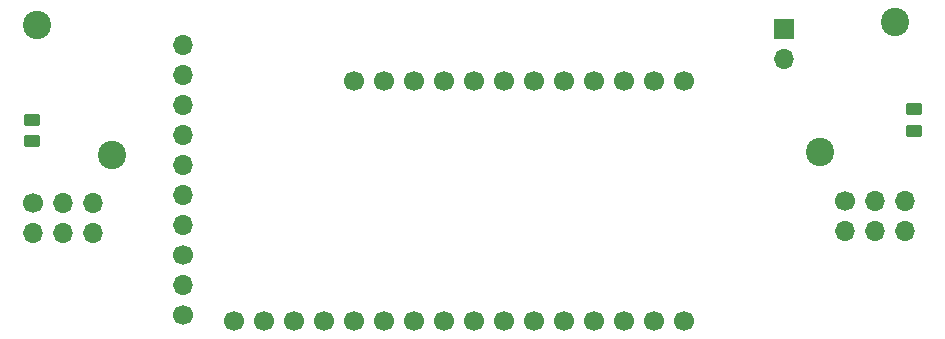
<source format=gbr>
%TF.GenerationSoftware,KiCad,Pcbnew,(7.0.0)*%
%TF.CreationDate,2023-04-06T13:34:31-07:00*%
%TF.ProjectId,Voltage_Sensor_Timer,566f6c74-6167-4655-9f53-656e736f725f,0*%
%TF.SameCoordinates,Original*%
%TF.FileFunction,Soldermask,Bot*%
%TF.FilePolarity,Negative*%
%FSLAX46Y46*%
G04 Gerber Fmt 4.6, Leading zero omitted, Abs format (unit mm)*
G04 Created by KiCad (PCBNEW (7.0.0)) date 2023-04-06 13:34:31*
%MOMM*%
%LPD*%
G01*
G04 APERTURE LIST*
G04 Aperture macros list*
%AMRoundRect*
0 Rectangle with rounded corners*
0 $1 Rounding radius*
0 $2 $3 $4 $5 $6 $7 $8 $9 X,Y pos of 4 corners*
0 Add a 4 corners polygon primitive as box body*
4,1,4,$2,$3,$4,$5,$6,$7,$8,$9,$2,$3,0*
0 Add four circle primitives for the rounded corners*
1,1,$1+$1,$2,$3*
1,1,$1+$1,$4,$5*
1,1,$1+$1,$6,$7*
1,1,$1+$1,$8,$9*
0 Add four rect primitives between the rounded corners*
20,1,$1+$1,$2,$3,$4,$5,0*
20,1,$1+$1,$4,$5,$6,$7,0*
20,1,$1+$1,$6,$7,$8,$9,0*
20,1,$1+$1,$8,$9,$2,$3,0*%
%AMHorizOval*
0 Thick line with rounded ends*
0 $1 width*
0 $2 $3 position (X,Y) of the first rounded end (center of the circle)*
0 $4 $5 position (X,Y) of the second rounded end (center of the circle)*
0 Add line between two ends*
20,1,$1,$2,$3,$4,$5,0*
0 Add two circle primitives to create the rounded ends*
1,1,$1,$2,$3*
1,1,$1,$4,$5*%
G04 Aperture macros list end*
%ADD10C,1.700000*%
%ADD11C,2.400000*%
%ADD12HorizOval,2.400000X0.000000X0.000000X0.000000X0.000000X0*%
%ADD13O,1.700000X1.700000*%
%ADD14RoundRect,0.250000X-0.450000X0.262500X-0.450000X-0.262500X0.450000X-0.262500X0.450000X0.262500X0*%
%ADD15HorizOval,2.400000X0.000000X0.000000X0.000000X0.000000X0*%
%ADD16R,1.700000X1.700000*%
G04 APERTURE END LIST*
D10*
%TO.C,ESP1*%
X132599192Y-106144732D03*
X135139192Y-106144732D03*
X137679192Y-106144732D03*
X140219192Y-106144732D03*
X142759192Y-106144732D03*
X145299192Y-106144732D03*
X147839192Y-106144732D03*
X150379192Y-106144732D03*
X152919192Y-106144732D03*
X155459192Y-106144732D03*
X157999192Y-106144732D03*
X160539192Y-106144732D03*
X163079192Y-106144732D03*
X165619192Y-106144732D03*
X168159192Y-106144732D03*
X170699192Y-106144732D03*
X142759192Y-85824732D03*
X145299192Y-85824732D03*
X147839192Y-85824732D03*
X150379192Y-85824732D03*
X152919192Y-85824732D03*
X155459192Y-85824732D03*
X157999192Y-85824732D03*
X160539192Y-85824732D03*
X163079192Y-85824732D03*
X165619192Y-85824732D03*
X168159192Y-85824732D03*
X170699192Y-85824732D03*
%TD*%
D11*
%TO.C,R2*%
X188595000Y-80860739D03*
D12*
X182244999Y-91859261D03*
%TD*%
D10*
%TO.C,J2*%
X128342521Y-105641979D03*
D13*
X128342520Y-103101978D03*
D10*
X128342521Y-100561979D03*
D13*
X128342520Y-98021978D03*
X128342520Y-95481978D03*
X128342520Y-92941978D03*
X128342520Y-90401978D03*
X128342520Y-87861978D03*
X128342520Y-85321978D03*
X128342520Y-82781978D03*
%TD*%
D14*
%TO.C,R4*%
X115570000Y-89107000D03*
X115570000Y-90932000D03*
%TD*%
D10*
%TO.C,J1*%
X115585000Y-96204000D03*
D13*
X115584999Y-98743999D03*
X118124999Y-96203999D03*
X118124999Y-98743999D03*
X120664999Y-96203999D03*
X120664999Y-98743999D03*
%TD*%
D10*
%TO.C,J4*%
X184404000Y-96012000D03*
D13*
X184403999Y-98551999D03*
X186943999Y-96011999D03*
X186943999Y-98551999D03*
X189483999Y-96011999D03*
X189483999Y-98551999D03*
%TD*%
D14*
%TO.C,R1*%
X190246000Y-88241500D03*
X190246000Y-90066500D03*
%TD*%
D11*
%TO.C,R3*%
X115951000Y-81114739D03*
D15*
X122300999Y-92113261D03*
%TD*%
D16*
%TO.C,J3*%
X179196999Y-81406999D03*
D13*
X179196999Y-83946999D03*
%TD*%
M02*

</source>
